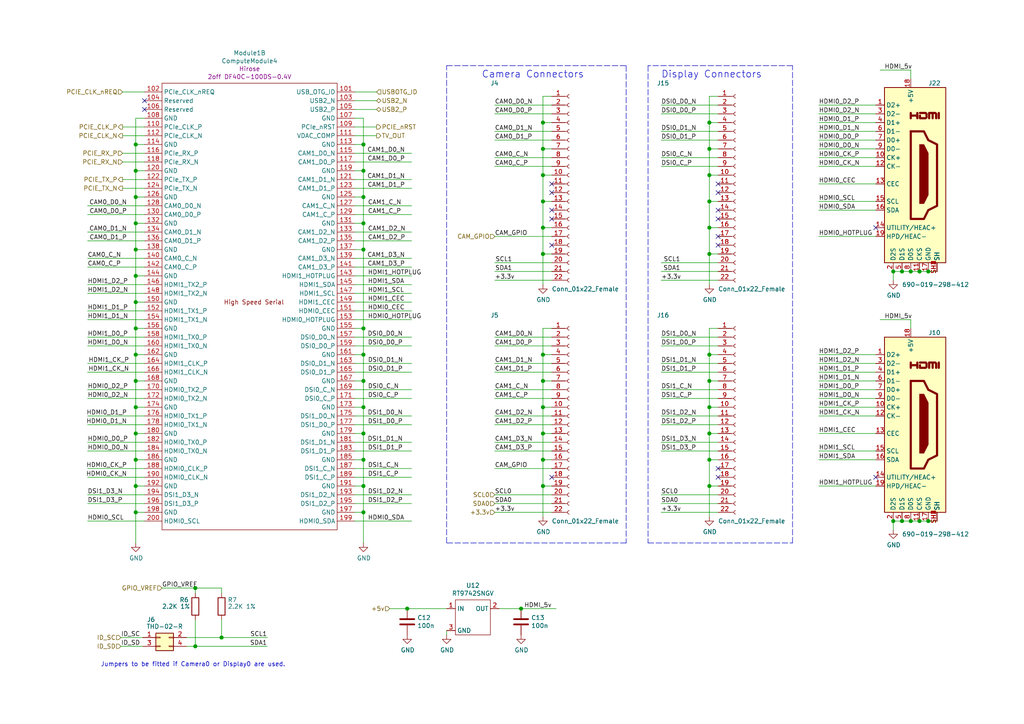
<source format=kicad_sch>
(kicad_sch (version 20211123) (generator eeschema)
  (paper "A4")
  (title_block (title "Compute Module 4 IO Board - CM4 - Highspeed") (rev "1") (company "© 2020-2022 Raspberry Pi Ltd (formerly Raspberry Pi (Trading) Ltd.)") (comment 1 "www.raspberrypi.com"))
  (lib_symbols
    (symbol "CM4IO:ComputeModule4-CM4"
      (property "Reference" "Module" (at 113.03 -68.58 0))
      (property "Value" "ComputeModule4-CM4" (at 140.97 2.54 0))
      (property "Field4" "Hirose" (at 0 0 0))
      (property "Field5" "2x DF40C-100DS-0.4V" (at 0 -2.54 0))
      (symbol "ComputeModule4-CM4_1_0"
        (text "GPIO" (at 0 6.35 0) (effects (font (size 1.27 1.27))))
      )
      (symbol "ComputeModule4-CM4_1_1"
        (text "600mA Max" (at -8.89 -53.34 0) (effects (font (size 1.27 1.27))))
        (text "600mA Max" (at -8.89 -48.26 0) (effects (font (size 1.27 1.27))))
        (text "NB SD signals are only available" (at -1.27 -27.94 0) (effects (font (size 1.27 1.27))))
        (text "on modules without eMMC" (at -1.27 -30.48 0) (effects (font (size 1.27 1.27))))
        (pin power_in line (at 27.94 55.88 180) (length 2.54) (name "GND") (number "1"))
        (pin passive line (at -33.02 45.72 0) (length 2.54) (name "Ethernet_Pair0_N") (number "10"))
        (pin output line (at -33.02 -68.58 0) (length 2.54) (name "nEXTRST") (number "100"))
        (pin passive line (at 27.94 43.18 180) (length 2.54) (name "Ethernet_Pair2_P") (number "11"))
        (pin passive line (at -33.02 43.18 0) (length 2.54) (name "Ethernet_Pair0_P") (number "12"))
        (pin power_in line (at 27.94 40.64 180) (length 2.54) (name "GND") (number "13"))
        (pin power_in line (at -33.02 40.64 0) (length 2.54) (name "GND") (number "14"))
        (pin output line (at 27.94 38.1 180) (length 2.54) (name "Ethernet_nLED3(3.3v)") (number "15"))
        (pin input line (at -33.02 38.1 0) (length 2.54) (name "Ethernet_SYNC_IN(1.8v)") (number "16"))
        (pin output line (at 27.94 35.56 180) (length 2.54) (name "Ethernet_nLED2(3.3v)") (number "17"))
        (pin input line (at -33.02 35.56 0) (length 2.54) (name "Ethernet_SYNC_OUT(1.8v)") (number "18"))
        (pin output line (at 27.94 33.02 180) (length 2.54) (name "Ethernet_nLED1(3.3v)") (number "19"))
        (pin power_in line (at -33.02 55.88 0) (length 2.54) (name "GND") (number "2"))
        (pin passive line (at -33.02 33.02 0) (length 2.54) (name "EEPROM_nWP") (number "20"))
        (pin open_collector line (at 27.94 30.48 180) (length 2.54) (name "PI_nLED_Activity") (number "21"))
        (pin power_in line (at -33.02 30.48 0) (length 2.54) (name "GND") (number "22"))
        (pin power_in line (at 27.94 27.94 180) (length 2.54) (name "GND") (number "23"))
        (pin passive line (at -33.02 27.94 0) (length 2.54) (name "GPIO26") (number "24"))
        (pin passive line (at 27.94 25.4 180) (length 2.54) (name "GPIO21") (number "25"))
        (pin passive line (at -33.02 25.4 0) (length 2.54) (name "GPIO19") (number "26"))
        (pin passive line (at 27.94 22.86 180) (length 2.54) (name "GPIO20") (number "27"))
        (pin passive line (at -33.02 22.86 0) (length 2.54) (name "GPIO13") (number "28"))
        (pin passive line (at 27.94 20.32 180) (length 2.54) (name "GPIO16") (number "29"))
        (pin passive line (at 27.94 53.34 180) (length 2.54) (name "Ethernet_Pair3_P") (number "3"))
        (pin passive line (at -33.02 20.32 0) (length 2.54) (name "GPIO6") (number "30"))
        (pin passive line (at 27.94 17.78 180) (length 2.54) (name "GPIO12") (number "31"))
        (pin power_in line (at -33.02 17.78 0) (length 2.54) (name "GND") (number "32"))
        (pin power_in line (at 27.94 15.24 180) (length 2.54) (name "GND") (number "33"))
        (pin passive line (at -33.02 15.24 0) (length 2.54) (name "GPIO5") (number "34"))
        (pin passive line (at 27.94 12.7 180) (length 2.54) (name "ID_SC") (number "35"))
        (pin passive line (at -33.02 12.7 0) (length 2.54) (name "ID_SD") (number "36"))
        (pin passive line (at 27.94 10.16 180) (length 2.54) (name "GPIO7") (number "37"))
        (pin passive line (at -33.02 10.16 0) (length 2.54) (name "GPIO11") (number "38"))
        (pin passive line (at 27.94 7.62 180) (length 2.54) (name "GPIO8") (number "39"))
        (pin passive line (at -33.02 53.34 0) (length 2.54) (name "Ethernet_Pair1_P") (number "4"))
        (pin passive line (at -33.02 7.62 0) (length 2.54) (name "GPIO9") (number "40"))
        (pin passive line (at 27.94 5.08 180) (length 2.54) (name "GPIO25") (number "41"))
        (pin power_in line (at -33.02 5.08 0) (length 2.54) (name "GND") (number "42"))
        (pin power_in line (at 27.94 2.54 180) (length 2.54) (name "GND") (number "43"))
        (pin passive line (at -33.02 2.54 0) (length 2.54) (name "GPIO10") (number "44"))
        (pin passive line (at 27.94 0 180) (length 2.54) (name "GPIO24") (number "45"))
        (pin passive line (at -33.02 0 0) (length 2.54) (name "GPIO22") (number "46"))
        (pin passive line (at 27.94 -2.54 180) (length 2.54) (name "GPIO23") (number "47"))
        (pin passive line (at -33.02 -2.54 0) (length 2.54) (name "GPIO27") (number "48"))
        (pin passive line (at 27.94 -5.08 180) (length 2.54) (name "GPIO18") (number "49"))
        (pin passive line (at 27.94 50.8 180) (length 2.54) (name "Ethernet_Pair3_N") (number "5"))
        (pin passive line (at -33.02 -5.08 0) (length 2.54) (name "GPIO17") (number "50"))
        (pin passive line (at 27.94 -7.62 180) (length 2.54) (name "GPIO15") (number "51"))
        (pin power_in line (at -33.02 -7.62 0) (length 2.54) (name "GND") (number "52"))
        (pin power_in line (at 27.94 -10.16 180) (length 2.54) (name "GND") (number "53"))
        (pin passive line (at -33.02 -10.16 0) (length 2.54) (name "GPIO4") (number "54"))
        (pin passive line (at 27.94 -12.7 180) (length 2.54) (name "GPIO14") (number "55"))
        (pin passive line (at -33.02 -12.7 0) (length 2.54) (name "GPIO3") (number "56"))
        (pin passive line (at 27.94 -15.24 180) (length 2.54) (name "SD_CLK") (number "57"))
        (pin passive line (at -33.02 -15.24 0) (length 2.54) (name "GPIO2") (number "58"))
        (pin power_in line (at 27.94 -17.78 180) (length 2.54) (name "GND") (number "59"))
        (pin passive line (at -33.02 50.8 0) (length 2.54) (name "Ethernet_Pair1_N") (number "6"))
        (pin power_in line (at -33.02 -17.78 0) (length 2.54) (name "GND") (number "60"))
        (pin passive line (at 27.94 -20.32 180) (length 2.54) (name "SD_DAT3") (number "61"))
        (pin passive line (at -33.02 -20.32 0) (length 2.54) (name "SD_CMD") (number "62"))
        (pin passive line (at 27.94 -22.86 180) (length 2.54) (name "SD_DAT0") (number "63"))
        (pin passive line (at -33.02 -22.86 0) (length 2.54) (name "SD_DAT5") (number "64"))
        (pin power_in line (at 27.94 -25.4 180) (length 2.54) (name "GND") (number "65"))
        (pin power_in line (at -33.02 -25.4 0) (length 2.54) (name "GND") (number "66"))
        (pin passive line (at 27.94 -27.94 180) (length 2.54) (name "SD_DAT1") (number "67"))
        (pin passive line (at -33.02 -27.94 0) (length 2.54) (name "SD_DAT4") (number "68"))
        (pin passive line (at 27.94 -30.48 180) (length 2.54) (name "SD_DAT2") (number "69"))
        (pin power_in line (at 27.94 48.26 180) (length 2.54) (name "GND") (number "7"))
        (pin passive line (at -33.02 -30.48 0) (length 2.54) (name "SD_DAT7") (number "70"))
        (pin power_in line (at 27.94 -33.02 180) (length 2.54) (name "GND") (number "71"))
        (pin passive line (at -33.02 -33.02 0) (length 2.54) (name "SD_DAT6") (number "72"))
        (pin input line (at 27.94 -35.56 180) (length 2.54) (name "SD_VDD_Override") (number "73"))
        (pin power_in line (at -33.02 -35.56 0) (length 2.54) (name "GND") (number "74"))
        (pin output line (at 27.94 -38.1 180) (length 2.54) (name "SD_PWR_ON") (number "75"))
        (pin passive line (at -33.02 -38.1 0) (length 2.54) (name "Reserved") (number "76"))
        (pin power_in line (at 27.94 -40.64 180) (length 2.54) (name "+5v_(Input)") (number "77"))
        (pin power_in line (at -33.02 -40.64 0) (length 2.54) (name "GPIO_VREF(1.8v/3.3v_Input)") (number "78"))
        (pin power_in line (at 27.94 -43.18 180) (length 2.54) (name "+5v_(Input)") (number "79"))
        (pin power_in line (at -33.02 48.26 0) (length 2.54) (name "GND") (number "8"))
        (pin passive line (at -33.02 -43.18 0) (length 2.54) (name "SCL0") (number "80"))
        (pin power_in line (at 27.94 -45.72 180) (length 2.54) (name "+5v_(Input)") (number "81"))
        (pin passive line (at -33.02 -45.72 0) (length 2.54) (name "SDA0") (number "82"))
        (pin power_in line (at 27.94 -48.26 180) (length 2.54) (name "+5v_(Input)") (number "83"))
        (pin power_out line (at -33.02 -48.26 0) (length 2.54) (name "+3.3v_(Output)") (number "84"))
        (pin power_in line (at 27.94 -50.8 180) (length 2.54) (name "+5v_(Input)") (number "85"))
        (pin power_out line (at -33.02 -50.8 0) (length 2.54) (name "+3.3v_(Output)") (number "86"))
        (pin power_in line (at 27.94 -53.34 180) (length 2.54) (name "+5v_(Input)") (number "87"))
        (pin power_out line (at -33.02 -53.34 0) (length 2.54) (name "+1.8v_(Output)") (number "88"))
        (pin power_in line (at 27.94 -55.88 180) (length 2.54) (name "WiFi_nDisable") (number "89"))
        (pin passive line (at 27.94 45.72 180) (length 2.54) (name "Ethernet_Pair2_N") (number "9"))
        (pin power_out line (at -33.02 -55.88 0) (length 2.54) (name "+1.8v_(Output)") (number "90"))
        (pin power_in line (at 27.94 -58.42 180) (length 2.54) (name "BT_nDisable") (number "91"))
        (pin passive line (at -33.02 -58.42 0) (length 2.54) (name "RUN_PG") (number "92"))
        (pin input line (at 27.94 -60.96 180) (length 2.54) (name "nRPIBOOT") (number "93"))
        (pin passive line (at -33.02 -60.96 0) (length 2.54) (name "AnalogIP0") (number "94"))
        (pin output line (at 27.94 -63.5 180) (length 2.54) (name "nPI_LED_PWR") (number "95"))
        (pin passive line (at -33.02 -63.5 0) (length 2.54) (name "AnalogIP1") (number "96"))
        (pin passive line (at 27.94 -66.04 180) (length 2.54) (name "Camera_GPIO") (number "97"))
        (pin power_in line (at -33.02 -66.04 0) (length 2.54) (name "GND") (number "98"))
        (pin input line (at 27.94 -68.58 180) (length 2.54) (name "Global_EN") (number "99"))
      )
      (symbol "ComputeModule4-CM4_2_1"
        (text "High Speed Serial" (at 140.97 0 0) (effects (font (size 1.27 1.27))))
        (pin input line (at 170.18 60.96 180) (length 5.08) (name "USB_OTG_ID") (number "101"))
        (pin input line (at 109.22 60.96 0) (length 5.08) (name "PCIe_CLK_nREQ") (number "102"))
        (pin passive line (at 170.18 58.42 180) (length 5.08) (name "USB2_N") (number "103"))
        (pin passive line (at 109.22 58.42 0) (length 5.08) (name "Reserved") (number "104"))
        (pin passive line (at 170.18 55.88 180) (length 5.08) (name "USB2_P") (number "105"))
        (pin passive line (at 109.22 55.88 0) (length 5.08) (name "Reserved") (number "106"))
        (pin power_in line (at 170.18 53.34 180) (length 5.08) (name "GND") (number "107"))
        (pin power_in line (at 109.22 53.34 0) (length 5.08) (name "GND") (number "108"))
        (pin bidirectional line (at 170.18 50.8 180) (length 5.08) (name "PCIe_nRST") (number "109"))
        (pin output line (at 109.22 50.8 0) (length 5.08) (name "PCIe_CLK_P") (number "110"))
        (pin passive line (at 170.18 48.26 180) (length 5.08) (name "VDAC_COMP") (number "111"))
        (pin output line (at 109.22 48.26 0) (length 5.08) (name "PCIe_CLK_N") (number "112"))
        (pin power_in line (at 170.18 45.72 180) (length 5.08) (name "GND") (number "113"))
        (pin power_in line (at 109.22 45.72 0) (length 5.08) (name "GND") (number "114"))
        (pin input line (at 170.18 43.18 180) (length 5.08) (name "CAM1_D0_N") (number "115"))
        (pin input line (at 109.22 43.18 0) (length 5.08) (name "PCIe_RX_P") (number "116"))
        (pin input line (at 170.18 40.64 180) (length 5.08) (name "CAM1_D0_P") (number "117"))
        (pin input line (at 109.22 40.64 0) (length 5.08) (name "PCIe_RX_N") (number "118"))
        (pin power_in line (at 170.18 38.1 180) (length 5.08) (name "GND") (number "119"))
        (pin power_in line (at 109.22 38.1 0) (length 5.08) (name "GND") (number "120"))
        (pin input line (at 170.18 35.56 180) (length 5.08) (name "CAM1_D1_N") (number "121"))
        (pin output line (at 109.22 35.56 0) (length 5.08) (name "PCIe_TX_P") (number "122"))
        (pin input line (at 170.18 33.02 180) (length 5.08) (name "CAM1_D1_P") (number "123"))
        (pin output line (at 109.22 33.02 0) (length 5.08) (name "PCIe_TX_N") (number "124"))
        (pin power_in line (at 170.18 30.48 180) (length 5.08) (name "GND") (number "125"))
        (pin power_in line (at 109.22 30.48 0) (length 5.08) (name "GND") (number "126"))
        (pin input line (at 170.18 27.94 180) (length 5.08) (name "CAM1_C_N") (number "127"))
        (pin input line (at 109.22 27.94 0) (length 5.08) (name "CAM0_D0_N") (number "128"))
        (pin input line (at 170.18 25.4 180) (length 5.08) (name "CAM1_C_P") (number "129"))
        (pin input line (at 109.22 25.4 0) (length 5.08) (name "CAM0_D0_P") (number "130"))
        (pin power_in line (at 170.18 22.86 180) (length 5.08) (name "GND") (number "131"))
        (pin power_in line (at 109.22 22.86 0) (length 5.08) (name "GND") (number "132"))
        (pin input line (at 170.18 20.32 180) (length 5.08) (name "CAM1_D2_N") (number "133"))
        (pin input line (at 109.22 20.32 0) (length 5.08) (name "CAM0_D1_N") (number "134"))
        (pin input line (at 170.18 17.78 180) (length 5.08) (name "CAM1_D2_P") (number "135"))
        (pin input line (at 109.22 17.78 0) (length 5.08) (name "CAM0_D1_P") (number "136"))
        (pin power_in line (at 170.18 15.24 180) (length 5.08) (name "GND") (number "137"))
        (pin power_in line (at 109.22 15.24 0) (length 5.08) (name "GND") (number "138"))
        (pin input line (at 170.18 12.7 180) (length 5.08) (name "CAM1_D3_N") (number "139"))
        (pin input line (at 109.22 12.7 0) (length 5.08) (name "CAM0_C_N") (number "140"))
        (pin input line (at 170.18 10.16 180) (length 5.08) (name "CAM1_D3_P") (number "141"))
        (pin input line (at 109.22 10.16 0) (length 5.08) (name "CAM0_C_P") (number "142"))
        (pin input line (at 170.18 7.62 180) (length 5.08) (name "HDMI1_HOTPLUG") (number "143"))
        (pin power_in line (at 109.22 7.62 0) (length 5.08) (name "GND") (number "144"))
        (pin bidirectional line (at 170.18 5.08 180) (length 5.08) (name "HDMI1_SDA") (number "145"))
        (pin output line (at 109.22 5.08 0) (length 5.08) (name "HDMI1_TX2_P") (number "146"))
        (pin open_collector line (at 170.18 2.54 180) (length 5.08) (name "HDMI1_SCL") (number "147"))
        (pin output line (at 109.22 2.54 0) (length 5.08) (name "HDMI1_TX2_N") (number "148"))
        (pin open_collector line (at 170.18 0 180) (length 5.08) (name "HDMI1_CEC") (number "149"))
        (pin power_in line (at 109.22 0 0) (length 5.08) (name "GND") (number "150"))
        (pin open_collector line (at 170.18 -2.54 180) (length 5.08) (name "HDMI0_CEC") (number "151"))
        (pin output line (at 109.22 -2.54 0) (length 5.08) (name "HDMI1_TX1_P") (number "152"))
        (pin input line (at 170.18 -5.08 180) (length 5.08) (name "HDMI0_HOTPLUG") (number "153"))
        (pin output line (at 109.22 -5.08 0) (length 5.08) (name "HDMI1_TX1_N") (number "154"))
        (pin power_in line (at 170.18 -7.62 180) (length 5.08) (name "GND") (number "155"))
        (pin power_in line (at 109.22 -7.62 0) (length 5.08) (name "GND") (number "156"))
        (pin output line (at 170.18 -10.16 180) (length 5.08) (name "DSI0_D0_N") (number "157"))
        (pin output line (at 109.22 -10.16 0) (length 5.08) (name "HDMI1_TX0_P") (number "158"))
        (pin output line (at 170.18 -12.7 180) (length 5.08) (name "DSI0_D0_P") (number "159"))
        (pin output line (at 109.22 -12.7 0) (length 5.08) (name "HDMI1_TX0_N") (number "160"))
        (pin power_in line (at 170.18 -15.24 180) (length 5.08) (name "GND") (number "161"))
        (pin power_in line (at 109.22 -15.24 0) (length 5.08) (name "GND") (number "162"))
        (pin output line (at 170.18 -17.78 180) (length 5.08) (name "DSI0_D1_N") (number "163"))
        (pin output line (at 109.22 -17.78 0) (length 5.08) (name "HDMI1_CLK_P") (number "164"))
        (pin output line (at 170.18 -20.32 180) (length 5.08) (name "DSI0_D1_P") (number "165"))
        (pin output line (at 109.22 -20.32 0) (length 5.08) (name "HDMI1_CLK_N") (number "166"))
        (pin power_in line (at 170.18 -22.86 180) (length 5.08) (name "GND") (number "167"))
        (pin power_in line (at 109.22 -22.86 0) (length 5.08) (name "GND") (number "168"))
        (pin output line (at 170.18 -25.4 180) (length 5.08) (name "DSI0_C_N") (number "169"))
        (pin output line (at 109.22 -25.4 0) (length 5.08) (name "HDMI0_TX2_P") (number "170"))
        (pin output line (at 170.18 -27.94 180) (length 5.08) (name "DSI0_C_P") (number "171"))
        (pin output line (at 109.22 -27.94 0) (length 5.08) (name "HDMI0_TX2_N") (number "172"))
        (pin power_in line (at 170.18 -30.48 180) (length 5.08) (name "GND") (number "173"))
        (pin power_in line (at 109.22 -30.48 0) (length 5.08) (name "GND") (number "174"))
        (pin output line (at 170.18 -33.02 180) (length 5.08) (name "DSI1_D0_N") (number "175"))
        (pin output line (at 109.22 -33.02 0) (length 5.08) (name "HDMI0_TX1_P") (number "176"))
        (pin output line (at 170.18 -35.56 180) (length 5.08) (name "DSI1_D0_P") (number "177"))
        (pin output line (at 109.22 -35.56 0) (length 5.08) (name "HDMI0_TX1_N") (number "178"))
        (pin power_in line (at 170.18 -38.1 180) (length 5.08) (name "GND") (number "179"))
        (pin power_in line (at 109.22 -38.1 0) (length 5.08) (name "GND") (number "180"))
        (pin output line (at 170.18 -40.64 180) (length 5.08) (name "DSI1_D1_N") (number "181"))
        (pin output line (at 109.22 -40.64 0) (length 5.08) (name "HDMI0_TX0_P") (number "182"))
        (pin output line (at 170.18 -43.18 180) (length 5.08) (name "DSI1_D1_P") (number "183"))
        (pin output line (at 109.22 -43.18 0) (length 5.08) (name "HDMI0_TX0_N") (number "184"))
        (pin power_in line (at 170.18 -45.72 180) (length 5.08) (name "GND") (number "185"))
        (pin power_in line (at 109.22 -45.72 0) (length 5.08) (name "GND") (number "186"))
        (pin output line (at 170.18 -48.26 180) (length 5.08) (name "DSI1_C_N") (number "187"))
        (pin output line (at 109.22 -48.26 0) (length 5.08) (name "HDMI0_CLK_P") (number "188"))
        (pin output line (at 170.18 -50.8 180) (length 5.08) (name "DSI1_C_P") (number "189"))
        (pin output line (at 109.22 -50.8 0) (length 5.08) (name "HDMI0_CLK_N") (number "190"))
        (pin power_in line (at 170.18 -53.34 180) (length 5.08) (name "GND") (number "191"))
        (pin power_in line (at 109.22 -53.34 0) (length 5.08) (name "GND") (number "192"))
        (pin output line (at 170.18 -55.88 180) (length 5.08) (name "DSI1_D2_N") (number "193"))
        (pin output line (at 109.22 -55.88 0) (length 5.08) (name "DSI1_D3_N") (number "194"))
        (pin output line (at 170.18 -58.42 180) (length 5.08) (name "DSI1_D2_P") (number "195"))
        (pin output line (at 109.22 -58.42 0) (length 5.08) (name "DSI1_D3_P") (number "196"))
        (pin power_in line (at 170.18 -60.96 180) (length 5.08) (name "GND") (number "197"))
        (pin power_in line (at 109.22 -60.96 0) (length 5.08) (name "GND") (number "198"))
        (pin bidirectional line (at 170.18 -63.5 180) (length 5.08) (name "HDMI0_SDA") (number "199"))
        (pin open_collector line (at 109.22 -63.5 0) (length 5.08) (name "HDMI0_SCL") (number "200"))
      )
    )
    (symbol "CM4IO:HDMI_A_1.4"
      (property "Reference" "J" (at -6.35 26.67 0))
      (property "Value" "HDMI_A_1.4" (at 10.16 26.67 0))
      (symbol "HDMI_A_1.4_0_0"
        (pin passive line (at 7.62 -27.94 90) (length 2.54) (name "SH") (number "SH2"))
        (pin passive line (at 7.62 -27.94 90) (length 2.54) (name "SH") (number "SH3"))
        (pin passive line (at 7.62 -27.94 90) (length 2.54) (name "SH") (number "SH4"))
      )
      (symbol "HDMI_A_1.4_1_1"
        (pin passive line (at -10.16 20.32 0) (length 2.54) (name "D2+") (number "1"))
        (pin passive line (at -10.16 5.08 0) (length 2.54) (name "CK+") (number "10"))
        (pin power_in line (at 2.54 -27.94 90) (length 2.54) (name "CKS") (number "11"))
        (pin passive line (at -10.16 2.54 0) (length 2.54) (name "CK-") (number "12"))
        (pin bidirectional line (at -10.16 -2.54 0) (length 2.54) (name "CEC") (number "13"))
        (pin passive line (at -10.16 -15.24 0) (length 2.54) (name "UTILITY/HEAC+") (number "14"))
        (pin passive line (at -10.16 -7.62 0) (length 2.54) (name "SCL") (number "15"))
        (pin bidirectional line (at -10.16 -10.16 0) (length 2.54) (name "SDA") (number "16"))
        (pin power_in line (at 5.08 -27.94 90) (length 2.54) (name "GND") (number "17"))
        (pin power_in line (at 0 27.94 270) (length 2.54) (name "+5V") (number "18"))
        (pin passive line (at -10.16 -17.78 0) (length 2.54) (name "HPD/HEAC-") (number "19"))
        (pin power_in line (at -5.08 -27.94 90) (length 2.54) (name "D2S") (number "2"))
        (pin passive line (at -10.16 17.78 0) (length 2.54) (name "D2-") (number "3"))
        (pin passive line (at -10.16 15.24 0) (length 2.54) (name "D1+") (number "4"))
        (pin power_in line (at -2.54 -27.94 90) (length 2.54) (name "D1S") (number "5"))
        (pin passive line (at -10.16 12.7 0) (length 2.54) (name "D1-") (number "6"))
        (pin passive line (at -10.16 10.16 0) (length 2.54) (name "D0+") (number "7"))
        (pin power_in line (at 0 -27.94 90) (length 2.54) (name "D0S") (number "8"))
        (pin passive line (at -10.16 7.62 0) (length 2.54) (name "D0-") (number "9"))
        (pin passive line (at 7.62 -27.94 90) (length 2.54) (name "SH") (number "SH1"))
      )
    )
    (symbol "CM4IO:RT9742SNGV"
      (property "Reference" "U12" (at 2.54 10.541 0))
      (property "Value" "RT9742SNGV" (at 2.54 8.2296 0))
      (symbol "RT9742SNGV_1_1"
        (pin power_in line (at -5.08 3.81 0) (length 2.54) (name "IN") (number "1"))
        (pin output line (at 10.16 3.81 180) (length 2.54) (name "OUT") (number "2"))
        (pin power_in line (at -5.08 -2.54 0) (length 2.54) (name "GND") (number "3"))
      )
    )
    (symbol "Connector:Conn_01x22_Female" (pin_names hide)
      (property "Reference" "J" (at 0 27.94 0))
      (property "Value" "Conn_01x22_Female" (at 0 -30.48 0))
      (symbol "Conn_01x22_Female_1_1"
        (pin passive line (at -5.08 25.4 0) (length 3.81) (name "Pin_1") (number "1"))
        (pin passive line (at -5.08 2.54 0) (length 3.81) (name "Pin_10") (number "10"))
        (pin passive line (at -5.08 0 0) (length 3.81) (name "Pin_11") (number "11"))
        (pin passive line (at -5.08 -2.54 0) (length 3.81) (name "Pin_12") (number "12"))
        (pin passive line (at -5.08 -5.08 0) (length 3.81) (name "Pin_13") (number "13"))
        (pin passive line (at -5.08 -7.62 0) (length 3.81) (name "Pin_14") (number "14"))
        (pin passive line (at -5.08 -10.16 0) (length 3.81) (name "Pin_15") (number "15"))
        (pin passive line (at -5.08 -12.7 0) (length 3.81) (name "Pin_16") (number "16"))
        (pin passive line (at -5.08 -15.24 0) (length 3.81) (name "Pin_17") (number "17"))
        (pin passive line (at -5.08 -17.78 0) (length 3.81) (name "Pin_18") (number "18"))
        (pin passive line (at -5.08 -20.32 0) (length 3.81) (name "Pin_19") (number "19"))
        (pin passive line (at -5.08 22.86 0) (length 3.81) (name "Pin_2") (number "2"))
        (pin passive line (at -5.08 -22.86 0) (length 3.81) (name "Pin_20") (number "20"))
        (pin passive line (at -5.08 -25.4 0) (length 3.81) (name "Pin_21") (number "21"))
        (pin passive line (at -5.08 -27.94 0) (length 3.81) (name "Pin_22") (number "22"))
        (pin passive line (at -5.08 20.32 0) (length 3.81) (name "Pin_3") (number "3"))
        (pin passive line (at -5.08 17.78 0) (length 3.81) (name "Pin_4") (number "4"))
        (pin passive line (at -5.08 15.24 0) (length 3.81) (name "Pin_5") (number "5"))
        (pin passive line (at -5.08 12.7 0) (length 3.81) (name "Pin_6") (number "6"))
        (pin passive line (at -5.08 10.16 0) (length 3.81) (name "Pin_7") (number "7"))
        (pin passive line (at -5.08 7.62 0) (length 3.81) (name "Pin_8") (number "8"))
        (pin passive line (at -5.08 5.08 0) (length 3.81) (name "Pin_9") (number "9"))
      )
    )
    (symbol "Connector_Generic:Conn_02x02_Odd_Even" (pin_names hide)
      (property "Reference" "J" (at 1.27 2.54 0))
      (property "Value" "Conn_02x02_Odd_Even" (at 1.27 -5.08 0))
      (symbol "Conn_02x02_Odd_Even_1_1"
        (pin passive line (at -5.08 0 0) (length 3.81) (name "Pin_1") (number "1"))
        (pin passive line (at 7.62 0 180) (length 3.81) (name "Pin_2") (number "2"))
        (pin passive line (at -5.08 -2.54 0) (length 3.81) (name "Pin_3") (number "3"))
        (pin passive line (at 7.62 -2.54 180) (length 3.81) (name "Pin_4") (number "4"))
      )
    )
    (symbol "Device:C" (pin_numbers hide) (pin_names (offset 0.254))
      (property "Reference" "C" (at 0.635 2.54 0))
      (property "Value" "C" (at 0.635 -2.54 0))
      (symbol "C_1_1"
        (pin passive line (at 0 3.81 270) (length 2.794) (name "~") (number "1"))
        (pin passive line (at 0 -3.81 90) (length 2.794) (name "~") (number "2"))
      )
    )
    (symbol "Device:R" (pin_numbers hide) (pin_names (offset 0))
      (property "Reference" "R" (at 2.032 0 90))
      (property "Value" "R" (at 0 0 90))
      (symbol "R_1_1"
        (pin passive line (at 0 3.81 270) (length 1.27) (name "~") (number "1"))
        (pin passive line (at 0 -3.81 90) (length 1.27) (name "~") (number "2"))
      )
    )
    (symbol "power:GND" (power) (pin_names (offset 0))
      (property "Value" "GND" (at 0 -3.81 0))
      (symbol "GND_1_1"
        (pin power_in line (at 0 0 270) (length 0) hide (name "GND") (number "1"))
      )
    )
  )
  (junction (at 56.642 187.452) (diameter 1.016))
  (junction (at 105.41 110.49) (diameter 1.016))
  (junction (at 266.7 151.13) (diameter 1.016))
  (junction (at 157.48 125.73) (diameter 1.016))
  (junction (at 261.62 151.13) (diameter 1.016))
  (junction (at 105.41 49.53) (diameter 1.016))
  (junction (at 39.37 72.39) (diameter 1.016))
  (junction (at 105.41 140.97) (diameter 1.016))
  (junction (at 205.74 140.97) (diameter 1.016))
  (junction (at 39.37 57.15) (diameter 1.016))
  (junction (at 205.74 118.11) (diameter 1.016))
  (junction (at 39.37 110.49) (diameter 1.016))
  (junction (at 105.41 41.91) (diameter 1.016))
  (junction (at 39.37 49.53) (diameter 1.016))
  (junction (at 259.08 151.13) (diameter 1.016))
  (junction (at 105.41 57.15) (diameter 1.016))
  (junction (at 205.74 125.73) (diameter 1.016))
  (junction (at 269.24 78.74) (diameter 1.016))
  (junction (at 259.08 78.74) (diameter 1.016))
  (junction (at 105.41 133.35) (diameter 1.016))
  (junction (at 157.48 102.87) (diameter 1.016))
  (junction (at 39.37 140.97) (diameter 1.016))
  (junction (at 157.48 110.49) (diameter 1.016))
  (junction (at 205.74 43.18) (diameter 1.016))
  (junction (at 105.41 64.77) (diameter 1.016))
  (junction (at 39.37 87.63) (diameter 1.016))
  (junction (at 264.16 78.74) (diameter 1.016))
  (junction (at 205.74 66.04) (diameter 1.016))
  (junction (at 105.41 148.59) (diameter 1.016))
  (junction (at 157.48 35.56) (diameter 1.016))
  (junction (at 157.48 43.18) (diameter 1.016))
  (junction (at 205.74 35.56) (diameter 1.016))
  (junction (at 157.48 118.11) (diameter 1.016))
  (junction (at 39.37 118.11) (diameter 1.016))
  (junction (at 56.642 170.561) (diameter 1.016))
  (junction (at 205.74 58.42) (diameter 1.016))
  (junction (at 157.48 58.42) (diameter 1.016))
  (junction (at 105.41 102.87) (diameter 1.016))
  (junction (at 39.37 148.59) (diameter 1.016))
  (junction (at 157.48 133.35) (diameter 1.016))
  (junction (at 269.24 151.13) (diameter 1.016))
  (junction (at 105.41 118.11) (diameter 1.016))
  (junction (at 205.74 133.35) (diameter 1.016))
  (junction (at 118.11 176.53) (diameter 1.016))
  (junction (at 39.37 64.77) (diameter 1.016))
  (junction (at 205.74 50.8) (diameter 1.016))
  (junction (at 64.262 184.912) (diameter 1.016))
  (junction (at 157.48 66.04) (diameter 1.016))
  (junction (at 39.37 125.73) (diameter 1.016))
  (junction (at 205.74 110.49) (diameter 1.016))
  (junction (at 205.74 73.66) (diameter 1.016))
  (junction (at 39.37 133.35) (diameter 1.016))
  (junction (at 105.41 95.25) (diameter 1.016))
  (junction (at 39.37 41.91) (diameter 1.016))
  (junction (at 105.41 72.39) (diameter 1.016))
  (junction (at 39.37 80.01) (diameter 1.016))
  (junction (at 266.7 78.74) (diameter 1.016))
  (junction (at 157.48 73.66) (diameter 1.016))
  (junction (at 39.37 102.87) (diameter 1.016))
  (junction (at 39.37 95.25) (diameter 1.016))
  (junction (at 157.48 50.8) (diameter 1.016))
  (junction (at 105.41 125.73) (diameter 1.016))
  (junction (at 157.48 140.97) (diameter 1.016))
  (junction (at 205.74 102.87) (diameter 1.016))
  (junction (at 264.16 151.13) (diameter 1.016))
  (junction (at 261.62 78.74) (diameter 1.016))
  (junction (at 151.13 176.53) (diameter 1.016))
  (no_connect (at 208.28 55.88))
  (no_connect (at 254 66.04))
  (no_connect (at 208.28 60.96))
  (no_connect (at 208.28 138.43))
  (no_connect (at 160.02 71.12))
  (no_connect (at 208.28 135.89))
  (no_connect (at 41.91 31.75))
  (no_connect (at 160.02 138.43))
  (no_connect (at 160.02 53.34))
  (no_connect (at 160.02 60.96))
  (no_connect (at 160.02 63.5))
  (no_connect (at 254 138.43))
  (no_connect (at 208.28 68.58))
  (no_connect (at 160.02 55.88))
  (no_connect (at 41.91 29.21))
  (no_connect (at 208.28 71.12))
  (no_connect (at 208.28 63.5))
  (no_connect (at 208.28 53.34))
  (wire (pts (xy 102.87 41.91) (xy 105.41 41.91)))
  (wire (pts (xy 35.052 184.912) (xy 41.402 184.912)))
  (wire (pts (xy 191.77 113.03) (xy 208.28 113.03)))
  (wire (pts (xy 261.62 151.13) (xy 264.16 151.13)))
  (wire (pts (xy 39.37 80.01) (xy 39.37 87.63)))
  (wire (pts (xy 41.91 62.23) (xy 25.4 62.23)))
  (wire (pts (xy 39.37 41.91) (xy 41.91 41.91)))
  (wire (pts (xy 205.74 35.56) (xy 205.74 43.18)))
  (wire (pts (xy 105.41 41.91) (xy 105.41 34.29)))
  (wire (pts (xy 205.74 125.73) (xy 208.28 125.73)))
  (wire (pts (xy 157.48 110.49) (xy 160.02 110.49)))
  (wire (pts (xy 237.49 38.1) (xy 254 38.1)))
  (wire (pts (xy 102.87 29.21) (xy 109.22 29.21)))
  (wire (pts (xy 25.4 82.55) (xy 41.91 82.55)))
  (wire (pts (xy 102.87 59.69) (xy 119.38 59.69)))
  (wire (pts (xy 143.51 45.72) (xy 160.02 45.72)))
  (wire (pts (xy 41.91 44.45) (xy 35.56 44.45)))
  (wire (pts (xy 102.87 113.03) (xy 119.38 113.03)))
  (wire (pts (xy 119.38 130.81) (xy 102.87 130.81)))
  (wire (pts (xy 259.08 151.13) (xy 259.08 153.67)))
  (wire (pts (xy 102.87 148.59) (xy 105.41 148.59)))
  (wire (pts (xy 237.49 40.64) (xy 254 40.64)))
  (wire (pts (xy 237.49 105.41) (xy 254 105.41)))
  (wire (pts (xy 64.262 179.705) (xy 64.262 184.912)))
  (wire (pts (xy 105.41 64.77) (xy 105.41 57.15)))
  (wire (pts (xy 264.16 92.71) (xy 264.16 95.25)))
  (wire (pts (xy 157.48 140.97) (xy 157.48 149.86)))
  (wire (pts (xy 151.13 176.53) (xy 161.29 176.53)))
  (wire (pts (xy 129.54 182.88) (xy 129.54 184.15)))
  (wire (pts (xy 237.49 120.65) (xy 254 120.65)))
  (wire (pts (xy 102.87 107.95) (xy 119.38 107.95)))
  (wire (pts (xy 102.87 67.31) (xy 119.38 67.31)))
  (wire (pts (xy 157.48 102.87) (xy 160.02 102.87)))
  (wire (pts (xy 237.49 125.73) (xy 254 125.73)))
  (wire (pts (xy 39.37 140.97) (xy 39.37 148.59)))
  (wire (pts (xy 39.37 125.73) (xy 39.37 133.35)))
  (wire (pts (xy 191.77 105.41) (xy 208.28 105.41)))
  (wire (pts (xy 39.37 102.87) (xy 41.91 102.87)))
  (wire (pts (xy 119.38 120.65) (xy 102.87 120.65)))
  (wire (pts (xy 143.51 128.27) (xy 160.02 128.27)))
  (wire (pts (xy 205.74 102.87) (xy 205.74 110.49)))
  (wire (pts (xy 208.28 146.05) (xy 191.77 146.05)))
  (wire (pts (xy 119.38 52.07) (xy 102.87 52.07)))
  (wire (pts (xy 102.87 90.17) (xy 119.38 90.17)))
  (wire (pts (xy 237.49 68.58) (xy 254 68.58)))
  (wire (pts (xy 191.77 38.1) (xy 208.28 38.1)))
  (wire (pts (xy 35.56 54.61) (xy 41.91 54.61)))
  (wire (pts (xy 35.052 187.452) (xy 41.402 187.452)))
  (wire (pts (xy 143.51 97.79) (xy 160.02 97.79)))
  (wire (pts (xy 160.02 81.28) (xy 143.51 81.28)))
  (wire (pts (xy 105.41 72.39) (xy 105.41 95.25)))
  (wire (pts (xy 191.77 128.27) (xy 208.28 128.27)))
  (wire (pts (xy 160.02 143.51) (xy 143.51 143.51)))
  (wire (pts (xy 157.48 133.35) (xy 160.02 133.35)))
  (wire (pts (xy 264.16 151.13) (xy 266.7 151.13)))
  (wire (pts (xy 39.37 148.59) (xy 39.37 157.48)))
  (wire (pts (xy 259.08 151.13) (xy 261.62 151.13)))
  (wire (pts (xy 143.51 123.19) (xy 160.02 123.19)))
  (wire (pts (xy 157.48 66.04) (xy 157.48 73.66)))
  (wire (pts (xy 119.38 54.61) (xy 102.87 54.61)))
  (wire (pts (xy 237.49 43.18) (xy 254 43.18)))
  (wire (pts (xy 39.37 110.49) (xy 41.91 110.49)))
  (wire (pts (xy 157.48 125.73) (xy 157.48 133.35)))
  (wire (pts (xy 25.4 74.93) (xy 41.91 74.93)))
  (wire (pts (xy 39.37 57.15) (xy 41.91 57.15)))
  (wire (pts (xy 39.37 87.63) (xy 41.91 87.63)))
  (wire (pts (xy 237.49 140.97) (xy 254 140.97)))
  (wire (pts (xy 237.49 130.81) (xy 254 130.81)))
  (polyline (pts (xy 229.87 157.48) (xy 229.87 19.05)) (stroke (width 0) (type dash)))
  (wire (pts (xy 39.37 110.49) (xy 39.37 118.11)))
  (wire (pts (xy 41.91 148.59) (xy 39.37 148.59)))
  (wire (pts (xy 102.87 102.87) (xy 105.41 102.87)))
  (wire (pts (xy 41.91 138.43) (xy 25.4 138.43)))
  (wire (pts (xy 35.56 52.07) (xy 41.91 52.07)))
  (wire (pts (xy 237.49 133.35) (xy 254 133.35)))
  (wire (pts (xy 237.49 58.42) (xy 254 58.42)))
  (wire (pts (xy 105.41 110.49) (xy 105.41 118.11)))
  (polyline (pts (xy 187.96 157.48) (xy 229.87 157.48)) (stroke (width 0) (type dash)))
  (wire (pts (xy 105.41 57.15) (xy 105.41 49.53)))
  (wire (pts (xy 143.51 135.89) (xy 160.02 135.89)))
  (wire (pts (xy 237.49 45.72) (xy 254 45.72)))
  (wire (pts (xy 25.4 130.81) (xy 41.91 130.81)))
  (wire (pts (xy 191.77 120.65) (xy 208.28 120.65)))
  (wire (pts (xy 237.49 60.96) (xy 254 60.96)))
  (wire (pts (xy 41.91 120.65) (xy 25.4 120.65)))
  (wire (pts (xy 259.08 78.74) (xy 261.62 78.74)))
  (wire (pts (xy 39.37 133.35) (xy 39.37 140.97)))
  (wire (pts (xy 255.27 92.71) (xy 264.16 92.71)))
  (wire (pts (xy 56.642 170.561) (xy 64.262 170.561)))
  (wire (pts (xy 105.41 49.53) (xy 105.41 41.91)))
  (wire (pts (xy 157.48 125.73) (xy 160.02 125.73)))
  (polyline (pts (xy 181.61 157.48) (xy 129.54 157.48)) (stroke (width 0) (type dash)))
  (wire (pts (xy 160.02 95.25) (xy 157.48 95.25)))
  (wire (pts (xy 237.49 30.48) (xy 254 30.48)))
  (wire (pts (xy 160.02 76.2) (xy 143.51 76.2)))
  (wire (pts (xy 41.91 135.89) (xy 25.4 135.89)))
  (wire (pts (xy 41.91 123.19) (xy 25.4 123.19)))
  (wire (pts (xy 237.49 115.57) (xy 254 115.57)))
  (wire (pts (xy 205.74 118.11) (xy 205.74 125.73)))
  (wire (pts (xy 41.91 69.85) (xy 25.4 69.85)))
  (polyline (pts (xy 129.54 157.48) (xy 129.54 19.05)) (stroke (width 0) (type dash)))
  (wire (pts (xy 39.37 95.25) (xy 39.37 102.87)))
  (wire (pts (xy 102.87 143.51) (xy 119.38 143.51)))
  (wire (pts (xy 143.51 38.1) (xy 160.02 38.1)))
  (wire (pts (xy 102.87 133.35) (xy 105.41 133.35)))
  (wire (pts (xy 205.74 58.42) (xy 205.74 66.04)))
  (polyline (pts (xy 129.54 19.05) (xy 181.61 19.05)) (stroke (width 0) (type dash)))
  (wire (pts (xy 143.51 113.03) (xy 160.02 113.03)))
  (wire (pts (xy 25.4 92.71) (xy 41.91 92.71)))
  (wire (pts (xy 56.642 187.452) (xy 77.47 187.452)))
  (wire (pts (xy 56.642 170.561) (xy 56.642 172.085)))
  (wire (pts (xy 35.56 36.83) (xy 41.91 36.83)))
  (wire (pts (xy 143.51 30.48) (xy 160.02 30.48)))
  (polyline (pts (xy 229.87 19.05) (xy 187.96 19.05)) (stroke (width 0) (type dash)))
  (wire (pts (xy 237.49 48.26) (xy 254 48.26)))
  (wire (pts (xy 266.7 78.74) (xy 269.24 78.74)))
  (wire (pts (xy 237.49 110.49) (xy 254 110.49)))
  (wire (pts (xy 259.08 78.74) (xy 259.08 81.28)))
  (wire (pts (xy 205.74 66.04) (xy 205.74 73.66)))
  (wire (pts (xy 39.37 49.53) (xy 39.37 57.15)))
  (wire (pts (xy 237.49 113.03) (xy 254 113.03)))
  (wire (pts (xy 102.87 118.11) (xy 105.41 118.11)))
  (wire (pts (xy 102.87 80.01) (xy 119.38 80.01)))
  (wire (pts (xy 102.87 85.09) (xy 119.38 85.09)))
  (wire (pts (xy 205.74 27.94) (xy 205.74 35.56)))
  (wire (pts (xy 39.37 125.73) (xy 41.91 125.73)))
  (wire (pts (xy 255.27 20.32) (xy 264.16 20.32)))
  (wire (pts (xy 191.77 33.02) (xy 208.28 33.02)))
  (wire (pts (xy 208.28 76.2) (xy 191.77 76.2)))
  (wire (pts (xy 157.48 118.11) (xy 160.02 118.11)))
  (wire (pts (xy 160.02 148.59) (xy 143.51 148.59)))
  (wire (pts (xy 205.74 133.35) (xy 208.28 133.35)))
  (wire (pts (xy 119.38 44.45) (xy 102.87 44.45)))
  (wire (pts (xy 208.28 143.51) (xy 191.77 143.51)))
  (wire (pts (xy 205.74 35.56) (xy 208.28 35.56)))
  (wire (pts (xy 144.78 176.53) (xy 151.13 176.53)))
  (wire (pts (xy 208.28 27.94) (xy 205.74 27.94)))
  (wire (pts (xy 39.37 118.11) (xy 41.91 118.11)))
  (wire (pts (xy 102.87 57.15) (xy 105.41 57.15)))
  (wire (pts (xy 41.91 67.31) (xy 25.4 67.31)))
  (wire (pts (xy 266.7 151.13) (xy 269.24 151.13)))
  (wire (pts (xy 119.38 100.33) (xy 102.87 100.33)))
  (wire (pts (xy 102.87 95.25) (xy 105.41 95.25)))
  (wire (pts (xy 237.49 33.02) (xy 254 33.02)))
  (wire (pts (xy 102.87 62.23) (xy 119.38 62.23)))
  (wire (pts (xy 39.37 95.25) (xy 41.91 95.25)))
  (wire (pts (xy 205.74 125.73) (xy 205.74 133.35)))
  (wire (pts (xy 25.4 97.79) (xy 41.91 97.79)))
  (wire (pts (xy 205.74 43.18) (xy 205.74 50.8)))
  (wire (pts (xy 64.262 170.561) (xy 64.262 172.085)))
  (polyline (pts (xy 187.96 19.05) (xy 187.96 157.48)) (stroke (width 0) (type dash)))
  (wire (pts (xy 205.74 140.97) (xy 208.28 140.97)))
  (wire (pts (xy 208.28 95.25) (xy 205.74 95.25)))
  (wire (pts (xy 39.37 64.77) (xy 39.37 72.39)))
  (wire (pts (xy 205.74 58.42) (xy 208.28 58.42)))
  (wire (pts (xy 102.87 110.49) (xy 105.41 110.49)))
  (wire (pts (xy 157.48 102.87) (xy 157.48 110.49)))
  (wire (pts (xy 118.11 176.53) (xy 129.54 176.53)))
  (wire (pts (xy 205.74 118.11) (xy 208.28 118.11)))
  (wire (pts (xy 105.41 34.29) (xy 102.87 34.29)))
  (wire (pts (xy 25.4 100.33) (xy 41.91 100.33)))
  (wire (pts (xy 205.74 102.87) (xy 208.28 102.87)))
  (wire (pts (xy 105.41 148.59) (xy 105.41 157.48)))
  (wire (pts (xy 208.28 148.59) (xy 191.77 148.59)))
  (wire (pts (xy 105.41 102.87) (xy 105.41 110.49)))
  (wire (pts (xy 157.48 140.97) (xy 160.02 140.97)))
  (wire (pts (xy 191.77 45.72) (xy 208.28 45.72)))
  (wire (pts (xy 25.4 128.27) (xy 41.91 128.27)))
  (wire (pts (xy 237.49 107.95) (xy 254 107.95)))
  (wire (pts (xy 39.37 118.11) (xy 39.37 125.73)))
  (wire (pts (xy 41.91 59.69) (xy 25.4 59.69)))
  (wire (pts (xy 25.4 113.03) (xy 41.91 113.03)))
  (wire (pts (xy 35.56 26.67) (xy 41.91 26.67)))
  (wire (pts (xy 102.87 138.43) (xy 119.38 138.43)))
  (wire (pts (xy 191.77 123.19) (xy 208.28 123.19)))
  (wire (pts (xy 157.48 95.25) (xy 157.48 102.87)))
  (wire (pts (xy 25.4 151.13) (xy 41.91 151.13)))
  (wire (pts (xy 102.87 69.85) (xy 119.38 69.85)))
  (wire (pts (xy 157.48 35.56) (xy 157.48 43.18)))
  (wire (pts (xy 39.37 57.15) (xy 39.37 64.77)))
  (wire (pts (xy 157.48 118.11) (xy 157.48 125.73)))
  (wire (pts (xy 105.41 133.35) (xy 105.41 140.97)))
  (wire (pts (xy 237.49 118.11) (xy 254 118.11)))
  (wire (pts (xy 39.37 41.91) (xy 39.37 49.53)))
  (wire (pts (xy 105.41 125.73) (xy 105.41 133.35)))
  (wire (pts (xy 102.87 125.73) (xy 105.41 125.73)))
  (wire (pts (xy 119.38 77.47) (xy 102.87 77.47)))
  (wire (pts (xy 205.74 66.04) (xy 208.28 66.04)))
  (polyline (pts (xy 181.61 19.05) (xy 181.61 157.48)) (stroke (width 0) (type dash)))
  (wire (pts (xy 237.49 102.87) (xy 254 102.87)))
  (wire (pts (xy 41.91 34.29) (xy 39.37 34.29)))
  (wire (pts (xy 264.16 20.32) (xy 264.16 22.86)))
  (wire (pts (xy 102.87 87.63) (xy 119.38 87.63)))
  (wire (pts (xy 39.37 87.63) (xy 39.37 95.25)))
  (wire (pts (xy 160.02 78.74) (xy 143.51 78.74)))
  (wire (pts (xy 102.87 64.77) (xy 105.41 64.77)))
  (wire (pts (xy 54.102 184.912) (xy 64.262 184.912)))
  (wire (pts (xy 191.77 130.81) (xy 208.28 130.81)))
  (wire (pts (xy 39.37 72.39) (xy 39.37 80.01)))
  (wire (pts (xy 56.642 179.705) (xy 56.642 187.452)))
  (wire (pts (xy 119.38 74.93) (xy 102.87 74.93)))
  (wire (pts (xy 102.87 140.97) (xy 105.41 140.97)))
  (wire (pts (xy 102.87 31.75) (xy 109.22 31.75)))
  (wire (pts (xy 102.87 105.41) (xy 119.38 105.41)))
  (wire (pts (xy 205.74 95.25) (xy 205.74 102.87)))
  (wire (pts (xy 102.87 146.05) (xy 119.38 146.05)))
  (wire (pts (xy 41.91 107.95) (xy 25.4 107.95)))
  (wire (pts (xy 237.49 53.34) (xy 254 53.34)))
  (wire (pts (xy 39.37 102.87) (xy 39.37 110.49)))
  (wire (pts (xy 46.99 170.561) (xy 56.642 170.561)))
  (wire (pts (xy 41.91 140.97) (xy 39.37 140.97)))
  (wire (pts (xy 102.87 135.89) (xy 119.38 135.89)))
  (wire (pts (xy 157.48 35.56) (xy 160.02 35.56)))
  (wire (pts (xy 102.87 92.71) (xy 119.38 92.71)))
  (wire (pts (xy 54.102 187.452) (xy 56.642 187.452)))
  (wire (pts (xy 143.51 33.02) (xy 160.02 33.02)))
  (wire (pts (xy 41.91 46.99) (xy 35.56 46.99)))
  (wire (pts (xy 64.262 184.912) (xy 77.597 184.912)))
  (wire (pts (xy 39.37 72.39) (xy 41.91 72.39)))
  (wire (pts (xy 191.77 100.33) (xy 208.28 100.33)))
  (wire (pts (xy 25.4 115.57) (xy 41.91 115.57)))
  (wire (pts (xy 25.4 77.47) (xy 41.91 77.47)))
  (wire (pts (xy 102.87 72.39) (xy 105.41 72.39)))
  (wire (pts (xy 191.77 107.95) (xy 208.28 107.95)))
  (wire (pts (xy 113.03 176.53) (xy 118.11 176.53)))
  (wire (pts (xy 143.51 100.33) (xy 160.02 100.33)))
  (wire (pts (xy 119.38 123.19) (xy 102.87 123.19)))
  (wire (pts (xy 160.02 27.94) (xy 157.48 27.94)))
  (wire (pts (xy 269.24 151.13) (xy 271.78 151.13)))
  (wire (pts (xy 205.74 43.18) (xy 208.28 43.18)))
  (wire (pts (xy 119.38 46.99) (xy 102.87 46.99)))
  (wire (pts (xy 208.28 78.74) (xy 191.77 78.74)))
  (wire (pts (xy 205.74 50.8) (xy 205.74 58.42)))
  (wire (pts (xy 237.49 35.56) (xy 254 35.56)))
  (wire (pts (xy 105.41 118.11) (xy 105.41 125.73)))
  (wire (pts (xy 119.38 97.79) (xy 102.87 97.79)))
  (wire (pts (xy 205.74 110.49) (xy 205.74 118.11)))
  (wire (pts (xy 205.74 133.35) (xy 205.74 140.97)))
  (wire (pts (xy 119.38 128.27) (xy 102.87 128.27)))
  (wire (pts (xy 143.51 115.57) (xy 160.02 115.57)))
  (wire (pts (xy 143.51 130.81) (xy 160.02 130.81)))
  (wire (pts (xy 157.48 27.94) (xy 157.48 35.56)))
  (wire (pts (xy 157.48 58.42) (xy 157.48 66.04)))
  (wire (pts (xy 143.51 40.64) (xy 160.02 40.64)))
  (wire (pts (xy 205.74 73.66) (xy 208.28 73.66)))
  (wire (pts (xy 102.87 36.83) (xy 109.22 36.83)))
  (wire (pts (xy 25.4 146.05) (xy 41.91 146.05)))
  (wire (pts (xy 191.77 40.64) (xy 208.28 40.64)))
  (wire (pts (xy 205.74 50.8) (xy 208.28 50.8)))
  (wire (pts (xy 105.41 140.97) (xy 105.41 148.59)))
  (wire (pts (xy 205.74 140.97) (xy 205.74 149.86)))
  (wire (pts (xy 205.74 110.49) (xy 208.28 110.49)))
  (wire (pts (xy 191.77 97.79) (xy 208.28 97.79)))
  (wire (pts (xy 105.41 95.25) (xy 105.41 102.87)))
  (wire (pts (xy 191.77 30.48) (xy 208.28 30.48)))
  (wire (pts (xy 157.48 66.04) (xy 160.02 66.04)))
  (wire (pts (xy 269.24 78.74) (xy 271.78 78.74)))
  (wire (pts (xy 25.4 90.17) (xy 41.91 90.17)))
  (wire (pts (xy 157.48 110.49) (xy 157.48 118.11)))
  (wire (pts (xy 157.48 73.66) (xy 157.48 82.55)))
  (wire (pts (xy 157.48 58.42) (xy 160.02 58.42)))
  (wire (pts (xy 39.37 64.77) (xy 41.91 64.77)))
  (wire (pts (xy 157.48 50.8) (xy 160.02 50.8)))
  (wire (pts (xy 191.77 115.57) (xy 208.28 115.57)))
  (wire (pts (xy 25.4 85.09) (xy 41.91 85.09)))
  (wire (pts (xy 39.37 133.35) (xy 41.91 133.35)))
  (wire (pts (xy 191.77 48.26) (xy 208.28 48.26)))
  (wire (pts (xy 105.41 72.39) (xy 105.41 64.77)))
  (wire (pts (xy 157.48 50.8) (xy 157.48 58.42)))
  (wire (pts (xy 157.48 73.66) (xy 160.02 73.66)))
  (wire (pts (xy 143.51 107.95) (xy 160.02 107.95)))
  (wire (pts (xy 205.74 73.66) (xy 205.74 82.55)))
  (wire (pts (xy 160.02 68.58) (xy 143.51 68.58)))
  (wire (pts (xy 102.87 115.57) (xy 119.38 115.57)))
  (wire (pts (xy 39.37 34.29) (xy 39.37 41.91)))
  (wire (pts (xy 35.56 39.37) (xy 41.91 39.37)))
  (wire (pts (xy 143.51 48.26) (xy 160.02 48.26)))
  (wire (pts (xy 41.91 105.41) (xy 25.4 105.41)))
  (wire (pts (xy 157.48 43.18) (xy 157.48 50.8)))
  (wire (pts (xy 208.28 81.28) (xy 191.77 81.28)))
  (wire (pts (xy 39.37 80.01) (xy 41.91 80.01)))
  (wire (pts (xy 39.37 49.53) (xy 41.91 49.53)))
  (wire (pts (xy 261.62 78.74) (xy 264.16 78.74)))
  (wire (pts (xy 102.87 151.13) (xy 119.38 151.13)))
  (wire (pts (xy 109.22 26.67) (xy 102.87 26.67)))
  (wire (pts (xy 25.4 143.51) (xy 41.91 143.51)))
  (wire (pts (xy 160.02 146.05) (xy 143.51 146.05)))
  (wire (pts (xy 102.87 49.53) (xy 105.41 49.53)))
  (wire (pts (xy 157.48 133.35) (xy 157.48 140.97)))
  (wire (pts (xy 157.48 43.18) (xy 160.02 43.18)))
  (wire (pts (xy 143.51 105.41) (xy 160.02 105.41)))
  (wire (pts (xy 143.51 120.65) (xy 160.02 120.65)))
  (wire (pts (xy 102.87 39.37) (xy 109.22 39.37)))
  (wire (pts (xy 264.16 78.74) (xy 266.7 78.74)))
  (wire (pts (xy 102.87 82.55) (xy 119.38 82.55)))
  (text "Jumpers to be fitted if Camera0 or Display0 are used.\n" (at 82.804 193.548 0) (effects (font (size 1.27 1.27)) (justify right bottom)))
  (text "Camera Connectors" (at 139.7 22.86 0) (effects (font (size 2.0066 2.0066)) (justify left bottom)))
  (text "Display Connectors" (at 191.77 22.86 0) (effects (font (size 2.0066 2.0066)) (justify left bottom)))
  (label "CAM0_D1_P" (at 143.51 40.64 0))
  (label "HDMI1_D1_P" (at 237.49 107.95 0))
  (label "HDMI0_CK_P" (at 36.83 135.89 180))
  (label "CAM1_D0_N" (at 143.51 97.79 0))
  (label "HDMI1_HOTPLUG" (at 106.68 80.01 0))
  (label "HDMI0_D2_N" (at 237.49 33.02 0))
  (label "DSI0_C_P" (at 106.68 115.57 0))
  (label "SCL1" (at 77.47 184.912 180))
  (label "DSI1_C_P" (at 191.77 115.57 0))
  (label "HDMI0_D2_N" (at 25.4 115.57 0))
  (label "HDMI0_D0_P" (at 237.49 40.64 0))
  (label "DSI1_D0_N" (at 116.84 120.65 180))
  (label "HDMI1_D2_P" (at 237.49 102.87 0))
  (label "HDMI0_SDA" (at 106.68 151.13 0))
  (label "CAM0_D0_P" (at 36.83 62.23 180))
  (label "DSI1_C_N" (at 191.77 113.03 0))
  (label "HDMI0_D0_N" (at 237.49 43.18 0))
  (label "HDMI0_SCL" (at 237.49 58.42 0))
  (label "GPIO_VREF" (at 46.99 170.561 0))
  (label "HDMI0_HOTPLUG" (at 106.68 92.71 0))
  (label "DSI1_D1_N" (at 116.84 128.27 180))
  (label "CAM1_D1_P" (at 143.51 107.95 0))
  (label "CAM0_C_P" (at 25.4 77.47 0))
  (label "DSI0_D0_P" (at 191.77 33.02 0))
  (label "CAM1_C_P" (at 143.51 115.57 0))
  (label "HDMI1_SCL" (at 237.49 130.81 0))
  (label "CAM1_D2_N" (at 143.51 120.65 0))
  (label "CAM0_D1_P" (at 36.83 69.85 180))
  (label "HDMI0_CK_N" (at 36.83 138.43 180))
  (label "CAM1_D3_N" (at 117.475 74.93 180))
  (label "CAM0_D0_N" (at 36.83 59.69 180))
  (label "DSI1_D0_P" (at 116.84 123.19 180))
  (label "DSI1_D2_P" (at 191.77 123.19 0))
  (label "HDMI_5v" (at 256.54 20.32 0))
  (label "HDMI0_CK_N" (at 237.49 48.26 0))
  (label "+3.3v" (at 191.77 81.28 0))
  (label "HDMI0_SCL" (at 25.4 151.13 0))
  (label "CAM1_D0_N" (at 117.475 44.45 180))
  (label "HDMI1_D0_N" (at 25.4 100.33 0))
  (label "CAM1_D2_P" (at 106.68 69.85 0))
  (label "CAM_GPIO" (at 143.51 135.89 0))
  (label "DSI1_C_P" (at 106.68 138.43 0))
  (label "HDMI0_HOTPLUG" (at 237.49 68.58 0))
  (label "HDMI0_D1_P" (at 36.83 120.65 180))
  (label "CAM1_C_P" (at 106.68 62.23 0))
  (label "SCL1" (at 148.59 76.2 180))
  (label "SDA1" (at 197.358 78.74 180))
  (label "DSI0_C_N" (at 106.68 113.03 0))
  (label "DSI1_D1_P" (at 116.84 130.81 180))
  (label "DSI0_D1_N" (at 191.77 38.1 0))
  (label "CAM1_D0_P" (at 117.475 46.99 180))
  (label "DSI1_D0_P" (at 191.77 100.33 0))
  (label "HDMI0_D0_N" (at 25.4 130.81 0))
  (label "HDMI0_D0_P" (at 25.4 128.27 0))
  (label "CAM1_D3_P" (at 117.475 77.47 180))
  (label "HDMI0_D1_N" (at 36.83 123.19 180))
  (label "CAM1_D3_P" (at 143.51 130.81 0))
  (label "SCL0" (at 191.77 143.51 0))
  (label "DSI0_D0_N" (at 191.77 30.48 0))
  (label "CAM1_D1_N" (at 117.475 52.07 180))
  (label "DSI0_D1_P" (at 191.77 40.64 0))
  (label "DSI0_D0_N" (at 116.84 97.79 180))
  (label "DSI1_D3_P" (at 25.4 146.05 0))
  (label "DSI1_D1_P" (at 191.77 107.95 0))
  (label "DSI1_D1_N" (at 191.77 105.41 0))
  (label "CAM1_D0_P" (at 143.51 100.33 0))
  (label "DSI1_D0_N" (at 191.77 97.79 0))
  (label "HDMI1_D0_P" (at 25.4 97.79 0))
  (label "HDMI0_CK_P" (at 237.49 45.72 0))
  (label "DSI0_D1_N" (at 106.68 105.41 0))
  (label "CAM1_D3_N" (at 143.51 128.27 0))
  (label "+3.3v" (at 191.77 148.59 0))
  (label "SDA0" (at 191.77 146.05 0))
  (label "SDA1" (at 77.47 187.452 180))
  (label "HDMI1_D2_N" (at 237.49 105.41 0))
  (label "HDMI1_D1_N" (at 25.4 92.71 0))
  (label "HDMI1_CEC" (at 237.49 125.73 0))
  (label "HDMI_5v" (at 160.02 176.53 180))
  (label "HDMI1_CK_P" (at 37.465 105.41 180))
  (label "HDMI_5v" (at 256.54 92.71 0))
  (label "CAM1_D1_P" (at 117.475 54.61 180))
  (label "HDMI1_SDA" (at 106.68 82.55 0))
  (label "DSI0_D1_P" (at 106.68 107.95 0))
  (label "HDMI1_CK_N" (at 237.49 120.65 0))
  (label "CAM0_D0_P" (at 143.51 33.02 0))
  (label "DSI0_C_N" (at 191.77 45.72 0))
  (label "HDMI1_SDA" (at 237.49 133.35 0))
  (label "HDMI1_D2_N" (at 25.4 85.09 0))
  (label "HDMI0_CEC" (at 106.68 90.17 0))
  (label "HDMI0_D2_P" (at 25.4 113.03 0))
  (label "CAM0_D1_N" (at 143.51 38.1 0))
  (label "CAM1_D2_P" (at 143.51 123.19 0))
  (label "DSI0_C_P" (at 191.77 48.26 0))
  (label "HDMI0_SDA" (at 237.49 60.96 0))
  (label "DSI1_D3_N" (at 25.4 143.51 0))
  (label "SDA1" (at 148.59 78.74 180))
  (label "HDMI1_CK_P" (at 237.49 118.11 0))
  (label "DSI1_D2_N" (at 191.77 120.65 0))
  (label "ID_SC" (at 40.64 184.912 180))
  (label "SCL1" (at 197.358 76.2 180))
  (label "CAM0_C_N" (at 143.51 45.72 0))
  (label "+3.3v" (at 143.51 81.28 0))
  (label "CAM1_C_N" (at 106.68 59.69 0))
  (label "CAM0_C_N" (at 25.4 74.93 0))
  (label "HDMI1_SCL" (at 106.68 85.09 0))
  (label "HDMI0_D2_P" (at 237.49 30.48 0))
  (label "CAM0_C_P" (at 143.51 48.26 0))
  (label "HDMI1_D1_N" (at 237.49 110.49 0))
  (label "DSI1_D3_P" (at 191.77 130.81 0))
  (label "SCL0" (at 143.51 143.51 0))
  (label "CAM_GPIO" (at 143.51 68.58 0))
  (label "CAM1_D1_N" (at 143.51 105.41 0))
  (label "HDMI1_D2_P" (at 25.4 82.55 0))
  (label "DSI1_D2_P" (at 106.68 146.05 0))
  (label "ID_SD" (at 40.64 187.452 180))
  (label "+3.3v" (at 143.51 148.59 0))
  (label "HDMI0_D1_P" (at 237.49 35.56 0))
  (label "HDMI1_D0_N" (at 237.49 115.57 0))
  (label "HDMI0_CEC" (at 237.49 53.34 0))
  (label "HDMI1_D1_P" (at 25.4 90.17 0))
  (label "CAM1_C_N" (at 143.51 113.03 0))
  (label "SDA0" (at 143.51 146.05 0))
  (label "CAM0_D0_N" (at 143.51 30.48 0))
  (label "DSI0_D0_P" (at 116.84 100.33 180))
  (label "HDMI0_D1_N" (at 237.49 38.1 0))
  (label "DSI1_D2_N" (at 106.68 143.51 0))
  (label "HDMI1_HOTPLUG" (at 237.49 140.97 0))
  (label "HDMI1_D0_P" (at 237.49 113.03 0))
  (label "HDMI1_CK_N" (at 37.465 107.95 180))
  (label "DSI1_D3_N" (at 191.77 128.27 0))
  (label "CAM1_D2_N" (at 106.68 67.31 0))
  (label "HDMI1_CEC" (at 106.68 87.63 0))
  (label "DSI1_C_N" (at 106.68 135.89 0))
  (label "CAM0_D1_N" (at 36.83 67.31 180))
  (hierarchical_label "SCL0" (shape input) (at 143.51 143.51 180))
  (hierarchical_label "PCIE_RX_P" (shape input) (at 35.56 44.45 180))
  (hierarchical_label "TV_OUT" (shape output) (at 109.22 39.37 0))
  (hierarchical_label "PCIE_CLK_N" (shape output) (at 35.56 39.37 180))
  (hierarchical_label "PCIE_nRST" (shape output) (at 109.22 36.83 0))
  (hierarchical_label "ID_SC" (shape input) (at 35.052 184.912 180))
  (hierarchical_label "PCIE_RX_N" (shape input) (at 35.56 46.99 180))
  (hierarchical_label "ID_SD" (shape input) (at 35.052 187.452 180))
  (hierarchical_label "PCIE_CLK_nREQ" (shape input) (at 35.56 26.67 180))
  (hierarchical_label "CAM_GPIO" (shape input) (at 143.51 68.58 180))
  (hierarchical_label "GPIO_VREF" (shape input) (at 46.99 170.561 180))
  (hierarchical_label "USBOTG_ID" (shape input) (at 109.22 26.67 0))
  (hierarchical_label "SDA0" (shape input) (at 143.51 146.05 180))
  (hierarchical_label "+3.3v" (shape input) (at 143.51 148.59 180))
  (hierarchical_label "USB2_P" (shape bidirectional) (at 109.22 31.75 0))
  (hierarchical_label "PCIE_TX_N" (shape output) (at 35.56 54.61 180))
  (hierarchical_label "+5v" (shape input) (at 113.03 176.53 180))
  (hierarchical_label "PCIE_TX_P" (shape output) (at 35.56 52.07 180))
  (hierarchical_label "USB2_N" (shape bidirectional) (at 109.22 29.21 0))
  (hierarchical_label "PCIE_CLK_P" (shape output) (at 35.56 36.83 180))
  (symbol (lib_id "power:GND") (at 259.08 81.28 0) (unit 1)
    (property "Reference" "#PWR0128" (effects hide))
    (property "Value" "GND" (at 259.207 85.6742 0))
  )
  (symbol (lib_id "power:GND") (at 259.08 153.67 0) (unit 1)
    (property "Reference" "#PWR0129" (effects hide))
    (property "Value" "GND" (at 259.207 158.0642 0))
  )
  (symbol (lib_id "power:GND") (at 105.41 157.48 0) (unit 1)
    (property "Reference" "#PWR0130" (effects hide))
    (property "Value" "GND" (at 105.537 161.8742 0))
  )
  (symbol (lib_id "power:GND") (at 39.37 157.48 0) (unit 1)
    (property "Reference" "#PWR0131" (effects hide))
    (property "Value" "GND" (at 39.497 161.8742 0))
  )
  (symbol (lib_id "Connector:Conn_01x22_Female") (at 165.1 53.34 0) (unit 1)
    (property "Reference" "J4" (at 142.24 24.13 0) (effects (justify left)))
    (property "Value" "Conn_01x22_Female" (at 160.02 83.82 0) (effects (justify left)))
    (property "Footprint" "CM4IO:Hirose_FH12-22S-0.5SH_1x22-1MP_P0.50mm_Horizontal" (effects hide))
    (property "Datasheet" "https://www.hirose.com/product/document?clcode=&productname=&series=FH12&documenttype=Catalog&lang=en&documentid=D31648_en" (effects hide))
    (property "Field4" "Mouser" (effects hide))
    (property "Field5" "798-FH12-22S-0.5SH55" (effects hide))
    (property "Field6" "FH12-22S-0.5SH55" (effects hide))
    (property "Field7" "Hirose" (effects hide))
    (property "Part Description" "22 Position FFC, FPC Connector Contacts, Bottom 0.020\" (0.50mm) Surface Mount, Right Angle" (effects hide))
  )
  (symbol (lib_id "power:GND") (at 157.48 82.55 0) (unit 1)
    (property "Reference" "#PWR0132" (effects hide))
    (property "Value" "GND" (at 157.607 86.9442 0))
  )
  (symbol (lib_id "power:GND") (at 205.74 82.55 0) (unit 1)
    (property "Reference" "#PWR0133" (effects hide))
    (property "Value" "GND" (at 205.867 86.9442 0))
  )
  (symbol (lib_id "power:GND") (at 157.48 149.86 0) (unit 1)
    (property "Reference" "#PWR0134" (effects hide))
    (property "Value" "GND" (at 157.607 154.2542 0))
  )
  (symbol (lib_id "power:GND") (at 205.74 149.86 0) (unit 1)
    (property "Reference" "#PWR0135" (effects hide))
    (property "Value" "GND" (at 205.867 154.2542 0))
  )
  (symbol (lib_id "Device:R") (at 56.642 175.895 0) (unit 1)
    (property "Reference" "R6" (at 52.07 173.99 0) (effects (justify left)))
    (property "Value" "2.2K 1%" (at 46.99 175.895 0) (effects (justify left)))
    (property "Footprint" "Resistor_SMD:R_0402_1005Metric" (effects hide))
    (property "Datasheet" "https://fscdn.rohm.com/en/products/databook/datasheet/passive/resistor/chip_resistor/mcr-e.pdf" (effects hide))
    (property "Field4" "Farnell" (effects hide))
    (property "Field5" "9239278" (effects hide))
    (property "Field7" "KOA EUROPE GMBH" (effects hide))
    (property "Field6" "RK73G1ETQTP2201D         " (effects hide))
    (property "Part Description" "Resistor 2.2K M1005 1% 63mW" (effects hide))
    (property "Field8" "120889581" (effects hide))
  )
  (symbol (lib_id "Device:R") (at 64.262 175.895 0) (unit 1)
    (property "Reference" "R7" (at 66.04 173.99 0) (effects (justify left)))
    (property "Value" "2.2K 1%" (at 66.04 175.895 0) (effects (justify left)))
    (property "Footprint" "Resistor_SMD:R_0402_1005Metric" (effects hide))
    (property "Datasheet" "https://fscdn.rohm.com/en/products/databook/datasheet/passive/resistor/chip_resistor/mcr-e.pdf" (effects hide))
    (property "Field4" "Farnell" (effects hide))
    (property "Field5" "9239278" (effects hide))
    (property "Field7" "KOA EUROPE GMBH" (effects hide))
    (property "Field6" "RK73G1ETQTP2201D         " (effects hide))
    (property "Part Description" "Resistor 2.2K M1005 1% 63mW" (effects hide))
    (property "Field8" "120889581" (effects hide))
  )
  (symbol (lib_id "Connector:Conn_01x22_Female") (at 165.1 120.65 0) (unit 1)
    (property "Reference" "J5" (at 142.24 91.44 0) (effects (justify left)))
    (property "Value" "Conn_01x22_Female" (at 160.02 151.13 0) (effects (justify left)))
    (property "Footprint" "CM4IO:Hirose_FH12-22S-0.5SH_1x22-1MP_P0.50mm_Horizontal" (effects hide))
    (property "Datasheet" "https://www.hirose.com/product/document?clcode=&productname=&series=FH12&documenttype=Catalog&lang=en&documentid=D31648_en" (effects hide))
    (property "Field4" "Mouser" (effects hide))
    (property "Field5" "798-FH12-22S-0.5SH55" (effects hide))
    (property "Field6" "FH12-22S-0.5SH55" (effects hide))
    (property "Field7" "Hirose" (effects hide))
    (property "Part Description" "22 Position FFC, FPC Connector Contacts, Bottom 0.020\" (0.50mm) Surface Mount, Right Angle" (effects hide))
  )
  (symbol (lib_id "Connector:Conn_01x22_Female") (at 213.36 53.34 0) (unit 1)
    (property "Reference" "J15" (at 190.5 24.13 0) (effects (justify left)))
    (property "Value" "Conn_01x22_Female" (at 208.28 83.82 0) (effects (justify left)))
    (property "Footprint" "CM4IO:Hirose_FH12-22S-0.5SH_1x22-1MP_P0.50mm_Horizontal" (effects hide))
    (property "Datasheet" "https://www.hirose.com/product/document?clcode=&productname=&series=FH12&documenttype=Catalog&lang=en&documentid=D31648_en" (effects hide))
    (property "Field4" "Mouser" (effects hide))
    (property "Field5" "798-FH12-22S-0.5SH55" (effects hide))
    (property "Field6" "FH12-22S-0.5SH55" (effects hide))
    (property "Field7" "Hirose" (effects hide))
    (property "Part Description" "22 Position FFC, FPC Connector Contacts, Bottom 0.020\" (0.50mm) Surface Mount, Right Angle" (effects hide))
  )
  (symbol (lib_id "Connector:Conn_01x22_Female") (at 213.36 120.65 0) (unit 1)
    (property "Reference" "J16" (at 190.5 91.44 0) (effects (justify left)))
    (property "Value" "Conn_01x22_Female" (at 208.28 151.13 0) (effects (justify left)))
    (property "Footprint" "CM4IO:Hirose_FH12-22S-0.5SH_1x22-1MP_P0.50mm_Horizontal" (effects hide))
    (property "Datasheet" "https://www.hirose.com/product/document?clcode=&productname=&series=FH12&documenttype=Catalog&lang=en&documentid=D31648_en" (effects hide))
    (property "Field4" "Mouser" (effects hide))
    (property "Field5" "798-FH12-22S-0.5SH55" (effects hide))
    (property "Field6" "FH12-22S-0.5SH55" (effects hide))
    (property "Field7" "Hirose" (effects hide))
    (property "Part Description" "22 Position FFC, FPC Connector Contacts, Bottom 0.020\" (0.50mm) Surface Mount, Right Angle" (effects hide))
  )
  (symbol (lib_id "CM4IO:HDMI_A_1.4") (at 264.16 50.8 0) (unit 1)
    (property "Reference" "J22" (at 269.24 24.13 0) (effects (justify left)))
    (property "Value" "690-019-298-412" (at 261.62 82.55 0) (effects (justify left)))
    (property "Footprint" "CM4IO:EDAC 690-019-298-412" (effects hide))
    (property "Datasheet" "https://www.tme.eu/Document/f15dffbcfad8545e17826f72d36911c8/206A-SEAN-R03.pdf" (effects hide))
    (property "Field4" "Farnell" (effects hide))
    (property "Field5" "2614936" (effects hide))
    (property "Field6" "690-019-298-412" (effects hide))
    (property "Field7" "EDAC" (effects hide))
    (property "Part Description" "HDMI Connector, Right Angle, 19 Contacts, Receptacle, Surface Mount, Surface Mount Right Angle" (effects hide))
    (property "Field8" "UCON00802" (effects hide))
  )
  (symbol (lib_id "CM4IO:HDMI_A_1.4") (at 264.16 123.19 0) (unit 1)
    (property "Reference" "J10" (at 269.24 96.52 0) (effects (justify left)))
    (property "Value" "690-019-298-412" (at 261.62 154.94 0) (effects (justify left)))
    (property "Footprint" "CM4IO:EDAC 690-019-298-412" (effects hide))
    (property "Datasheet" "https://www.tme.eu/Document/f15dffbcfad8545e17826f72d36911c8/206A-SEAN-R03.pdf" (effects hide))
    (property "Field4" "Farnell" (effects hide))
    (property "Field5" "2614936" (effects hide))
    (property "Field6" "690-019-298-412" (effects hide))
    (property "Field7" "EDAC" (effects hide))
    (property "Part Description" "HDMI Connector, Right Angle, 19 Contacts, Receptacle, Surface Mount, Surface Mount Right Angle" (effects hide))
    (property "Field8" "UCON00802" (effects hide))
  )
  (symbol (lib_id "Device:C") (at 151.13 180.34 0) (unit 1)
    (property "Reference" "C13" (at 154.051 179.1716 0) (effects (justify left)))
    (property "Value" "100n" (at 154.051 181.483 0) (effects (justify left)))
    (property "Footprint" "Capacitor_SMD:C_0402_1005Metric" (effects hide))
    (property "Datasheet" "https://search.murata.co.jp/Ceramy/image/img/A01X/G101/ENG/GRM155R71C104KA88-01.pdf" (effects hide))
    (property "Field4" "Farnell" (effects hide))
    (property "Field5" "2611911" (effects hide))
    (property "Field6" "RM EMK105 B7104KV-F" (effects hide))
    (property "Field7" "TAIYO YUDEN EUROPE GMBH" (effects hide))
    (property "Part Description" "	0.1uF 10% 16V Ceramic Capacitor X7R 0402 (1005 Metric)" (effects hide))
    (property "Field8" "110091611" (effects hide))
  )
  (symbol (lib_id "Device:C") (at 118.11 180.34 0) (unit 1)
    (property "Reference" "C12" (at 121.031 179.1716 0) (effects (justify left)))
    (property "Value" "100n" (at 121.031 181.483 0) (effects (justify left)))
    (property "Footprint" "Capacitor_SMD:C_0402_1005Metric" (effects hide))
    (property "Datasheet" "https://search.murata.co.jp/Ceramy/image/img/A01X/G101/ENG/GRM155R71C104KA88-01.pdf" (effects hide))
    (property "Field4" "Farnell" (effects hide))
    (property "Field5" "2611911" (effects hide))
    (property "Field6" "RM EMK105 B7104KV-F" (effects hide))
    (property "Field7" "TAIYO YUDEN EUROPE GMBH" (effects hide))
    (property "Part Description" "	0.1uF 10% 16V Ceramic Capacitor X7R 0402 (1005 Metric)" (effects hide))
    (property "Field8" "110091611" (effects hide))
  )
  (symbol (lib_id "CM4IO:RT9742SNGV") (at 134.62 180.34 0) (unit 1)
    (property "Reference" "U12" (at 137.16 169.799 0))
    (property "Value" "RT9742SNGV" (at 137.16 172.1104 0))
    (property "Footprint" "Package_TO_SOT_SMD:SOT-23" (effects hide))
    (property "Datasheet" "https://www.richtek.com/assets/product_file/RT9742/DS9742-09.pdf" (effects hide))
    (property "Field4" "Farnell" (effects hide))
    (property "Field5" "2575555" (effects hide))
    (property "Field6" "RT9742SNGV" (effects hide))
    (property "Field7" "RichTek" (effects hide))
    (property "Part Description" "Power Switch/Driver 1:1 N-Channel 500mA SOT-23-3" (effects hide))
    (property "Field8" "USWI00155" (effects hide))
  )
  (symbol (lib_id "power:GND") (at 151.13 184.15 0) (unit 1)
    (property "Reference" "#PWR0136" (effects hide))
    (property "Value" "GND" (at 151.257 188.5442 0))
  )
  (symbol (lib_id "power:GND") (at 118.11 184.15 0) (unit 1)
    (property "Reference" "#PWR0137" (effects hide))
    (property "Value" "GND" (at 118.237 188.5442 0))
  )
  (symbol (lib_id "power:GND") (at 129.54 184.15 0) (unit 1)
    (property "Reference" "#PWR0138" (effects hide))
    (property "Value" "GND" (at 129.667 188.5442 0))
  )
  (symbol (lib_id "CM4IO:ComputeModule4-CM4") (at -67.31 87.63 0) (unit 2)
    (property "Reference" "Module1" (at 72.39 15.367 0))
    (property "Value" "ComputeModule4" (at 72.39 17.6784 0))
    (property "Footprint" "CM4IO:Raspberry-Pi-4-Compute-Module" (effects hide))
    (property "Field4" "Hirose" (at 72.39 19.9644 0))
    (property "Field5" "2off DF40C-100DS-0.4V" (at 72.39 22.2758 0))
    (property "Field6" "2off DF40C-100DS-0.4V" (effects hide))
    (property "Field7" "Hirose" (effects hide))
    (property "Part Description" "	100 Position Connector Receptacle, Center Strip Contacts Surface Mount Gold" (effects hide))
  )
  (symbol (lib_id "Connector_Generic:Conn_02x02_Odd_Even") (at 46.482 184.912 0) (unit 1)
    (property "Reference" "J6" (at 43.815 179.705 0))
    (property "Value" "THD-02-R" (at 47.752 181.7116 0))
    (property "Footprint" "Connector_PinHeader_2.54mm:PinHeader_2x02_P2.54mm_Vertical" (effects hide))
    (property "Datasheet" "https://www.toby.co.uk/uploads/publications/1673.pdf" (effects hide))
    (property "Field4" "Toby" (effects hide))
    (property "Field5" "THD-02-R" (effects hide))
    (property "Field6" "151-604-425-761" (effects hide))
    (property "Field7" "EDAC" (effects hide))
    (property "Field8" "UCON00791" (effects hide))
    (property "Part Description" "PinHeader_2x02_P2.54mm_Vertical" (effects hide))
  )
)
</source>
